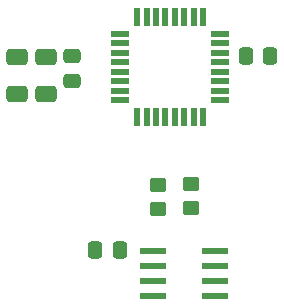
<source format=gbr>
%TF.GenerationSoftware,KiCad,Pcbnew,7.0.6*%
%TF.CreationDate,2023-09-14T12:48:26+02:00*%
%TF.ProjectId,pqunit,7071756e-6974-42e6-9b69-6361645f7063,rev?*%
%TF.SameCoordinates,Original*%
%TF.FileFunction,Paste,Bot*%
%TF.FilePolarity,Positive*%
%FSLAX46Y46*%
G04 Gerber Fmt 4.6, Leading zero omitted, Abs format (unit mm)*
G04 Created by KiCad (PCBNEW 7.0.6) date 2023-09-14 12:48:26*
%MOMM*%
%LPD*%
G01*
G04 APERTURE LIST*
G04 Aperture macros list*
%AMRoundRect*
0 Rectangle with rounded corners*
0 $1 Rounding radius*
0 $2 $3 $4 $5 $6 $7 $8 $9 X,Y pos of 4 corners*
0 Add a 4 corners polygon primitive as box body*
4,1,4,$2,$3,$4,$5,$6,$7,$8,$9,$2,$3,0*
0 Add four circle primitives for the rounded corners*
1,1,$1+$1,$2,$3*
1,1,$1+$1,$4,$5*
1,1,$1+$1,$6,$7*
1,1,$1+$1,$8,$9*
0 Add four rect primitives between the rounded corners*
20,1,$1+$1,$2,$3,$4,$5,0*
20,1,$1+$1,$4,$5,$6,$7,0*
20,1,$1+$1,$6,$7,$8,$9,0*
20,1,$1+$1,$8,$9,$2,$3,0*%
G04 Aperture macros list end*
%ADD10RoundRect,0.250000X-0.650000X0.412500X-0.650000X-0.412500X0.650000X-0.412500X0.650000X0.412500X0*%
%ADD11RoundRect,0.250000X-0.450000X0.350000X-0.450000X-0.350000X0.450000X-0.350000X0.450000X0.350000X0*%
%ADD12RoundRect,0.250000X-0.475000X0.337500X-0.475000X-0.337500X0.475000X-0.337500X0.475000X0.337500X0*%
%ADD13R,1.600000X0.550000*%
%ADD14R,0.550000X1.600000*%
%ADD15R,2.209800X0.609600*%
%ADD16RoundRect,0.250000X-0.337500X-0.475000X0.337500X-0.475000X0.337500X0.475000X-0.337500X0.475000X0*%
%ADD17RoundRect,0.250000X0.337500X0.475000X-0.337500X0.475000X-0.337500X-0.475000X0.337500X-0.475000X0*%
G04 APERTURE END LIST*
D10*
%TO.C,C1*%
X137769600Y-98716700D03*
X137769600Y-101841700D03*
%TD*%
%TO.C,C2*%
X135382000Y-98716700D03*
X135382000Y-101841700D03*
%TD*%
D11*
%TO.C,R4*%
X147290500Y-109557800D03*
X147290500Y-111557800D03*
%TD*%
D12*
%TO.C,C5*%
X140004800Y-98632100D03*
X140004800Y-100707100D03*
%TD*%
D13*
%TO.C,U1*%
X144068000Y-102350000D03*
X144068000Y-101550000D03*
X144068000Y-100750000D03*
X144068000Y-99950000D03*
X144068000Y-99150000D03*
X144068000Y-98350000D03*
X144068000Y-97550000D03*
X144068000Y-96750000D03*
D14*
X145518000Y-95300000D03*
X146318000Y-95300000D03*
X147118000Y-95300000D03*
X147918000Y-95300000D03*
X148718000Y-95300000D03*
X149518000Y-95300000D03*
X150318000Y-95300000D03*
X151118000Y-95300000D03*
D13*
X152568000Y-96750000D03*
X152568000Y-97550000D03*
X152568000Y-98350000D03*
X152568000Y-99150000D03*
X152568000Y-99950000D03*
X152568000Y-100750000D03*
X152568000Y-101550000D03*
X152568000Y-102350000D03*
D14*
X151118000Y-103800000D03*
X150318000Y-103800000D03*
X149518000Y-103800000D03*
X148718000Y-103800000D03*
X147918000Y-103800000D03*
X147118000Y-103800000D03*
X146318000Y-103800000D03*
X145518000Y-103800000D03*
%TD*%
D15*
%TO.C,U4*%
X152116500Y-115145800D03*
X152116500Y-116415800D03*
X152116500Y-117685800D03*
X152116500Y-118955800D03*
X146884100Y-118955800D03*
X146884100Y-117685800D03*
X146884100Y-116415800D03*
X146884100Y-115145800D03*
%TD*%
D16*
%TO.C,C4*%
X154707300Y-98653600D03*
X156782300Y-98653600D03*
%TD*%
D17*
%TO.C,C9*%
X144058200Y-115093900D03*
X141983200Y-115093900D03*
%TD*%
D11*
%TO.C,R3*%
X150063200Y-109490000D03*
X150063200Y-111490000D03*
%TD*%
M02*

</source>
